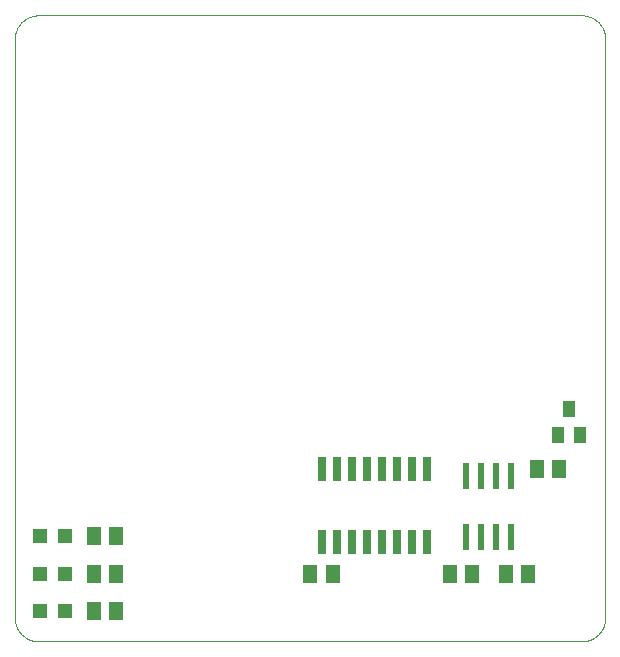
<source format=gtp>
G75*
%MOIN*%
%OFA0B0*%
%FSLAX25Y25*%
%IPPOS*%
%LPD*%
%AMOC8*
5,1,8,0,0,1.08239X$1,22.5*
%
%ADD10C,0.00004*%
%ADD11R,0.02362X0.08661*%
%ADD12R,0.05118X0.05906*%
%ADD13R,0.03937X0.05512*%
%ADD14R,0.02600X0.08000*%
%ADD15R,0.04724X0.04724*%
D10*
X0092644Y0010874D02*
X0092644Y0203787D01*
X0092646Y0203977D01*
X0092653Y0204167D01*
X0092665Y0204357D01*
X0092681Y0204547D01*
X0092701Y0204736D01*
X0092727Y0204925D01*
X0092756Y0205113D01*
X0092791Y0205300D01*
X0092830Y0205486D01*
X0092873Y0205671D01*
X0092921Y0205856D01*
X0092973Y0206039D01*
X0093029Y0206220D01*
X0093090Y0206400D01*
X0093156Y0206579D01*
X0093225Y0206756D01*
X0093299Y0206932D01*
X0093377Y0207105D01*
X0093460Y0207277D01*
X0093546Y0207446D01*
X0093636Y0207614D01*
X0093731Y0207779D01*
X0093829Y0207942D01*
X0093932Y0208102D01*
X0094038Y0208260D01*
X0094148Y0208415D01*
X0094261Y0208568D01*
X0094379Y0208718D01*
X0094500Y0208864D01*
X0094624Y0209008D01*
X0094752Y0209149D01*
X0094883Y0209287D01*
X0095018Y0209422D01*
X0095156Y0209553D01*
X0095297Y0209681D01*
X0095441Y0209805D01*
X0095587Y0209926D01*
X0095737Y0210044D01*
X0095890Y0210157D01*
X0096045Y0210267D01*
X0096203Y0210373D01*
X0096363Y0210476D01*
X0096526Y0210574D01*
X0096691Y0210669D01*
X0096859Y0210759D01*
X0097028Y0210845D01*
X0097200Y0210928D01*
X0097373Y0211006D01*
X0097549Y0211080D01*
X0097726Y0211149D01*
X0097905Y0211215D01*
X0098085Y0211276D01*
X0098266Y0211332D01*
X0098449Y0211384D01*
X0098634Y0211432D01*
X0098819Y0211475D01*
X0099005Y0211514D01*
X0099192Y0211549D01*
X0099380Y0211578D01*
X0099569Y0211604D01*
X0099758Y0211624D01*
X0099948Y0211640D01*
X0100138Y0211652D01*
X0100328Y0211659D01*
X0100518Y0211661D01*
X0281620Y0211661D01*
X0281810Y0211659D01*
X0282000Y0211652D01*
X0282190Y0211640D01*
X0282380Y0211624D01*
X0282569Y0211604D01*
X0282758Y0211578D01*
X0282946Y0211549D01*
X0283133Y0211514D01*
X0283319Y0211475D01*
X0283504Y0211432D01*
X0283689Y0211384D01*
X0283872Y0211332D01*
X0284053Y0211276D01*
X0284233Y0211215D01*
X0284412Y0211149D01*
X0284589Y0211080D01*
X0284765Y0211006D01*
X0284938Y0210928D01*
X0285110Y0210845D01*
X0285279Y0210759D01*
X0285447Y0210669D01*
X0285612Y0210574D01*
X0285775Y0210476D01*
X0285935Y0210373D01*
X0286093Y0210267D01*
X0286248Y0210157D01*
X0286401Y0210044D01*
X0286551Y0209926D01*
X0286697Y0209805D01*
X0286841Y0209681D01*
X0286982Y0209553D01*
X0287120Y0209422D01*
X0287255Y0209287D01*
X0287386Y0209149D01*
X0287514Y0209008D01*
X0287638Y0208864D01*
X0287759Y0208718D01*
X0287877Y0208568D01*
X0287990Y0208415D01*
X0288100Y0208260D01*
X0288206Y0208102D01*
X0288309Y0207942D01*
X0288407Y0207779D01*
X0288502Y0207614D01*
X0288592Y0207446D01*
X0288678Y0207277D01*
X0288761Y0207105D01*
X0288839Y0206932D01*
X0288913Y0206756D01*
X0288982Y0206579D01*
X0289048Y0206400D01*
X0289109Y0206220D01*
X0289165Y0206039D01*
X0289217Y0205856D01*
X0289265Y0205671D01*
X0289308Y0205486D01*
X0289347Y0205300D01*
X0289382Y0205113D01*
X0289411Y0204925D01*
X0289437Y0204736D01*
X0289457Y0204547D01*
X0289473Y0204357D01*
X0289485Y0204167D01*
X0289492Y0203977D01*
X0289494Y0203787D01*
X0289494Y0010874D01*
X0289492Y0010684D01*
X0289485Y0010494D01*
X0289473Y0010304D01*
X0289457Y0010114D01*
X0289437Y0009925D01*
X0289411Y0009736D01*
X0289382Y0009548D01*
X0289347Y0009361D01*
X0289308Y0009175D01*
X0289265Y0008990D01*
X0289217Y0008805D01*
X0289165Y0008622D01*
X0289109Y0008441D01*
X0289048Y0008261D01*
X0288982Y0008082D01*
X0288913Y0007905D01*
X0288839Y0007729D01*
X0288761Y0007556D01*
X0288678Y0007384D01*
X0288592Y0007215D01*
X0288502Y0007047D01*
X0288407Y0006882D01*
X0288309Y0006719D01*
X0288206Y0006559D01*
X0288100Y0006401D01*
X0287990Y0006246D01*
X0287877Y0006093D01*
X0287759Y0005943D01*
X0287638Y0005797D01*
X0287514Y0005653D01*
X0287386Y0005512D01*
X0287255Y0005374D01*
X0287120Y0005239D01*
X0286982Y0005108D01*
X0286841Y0004980D01*
X0286697Y0004856D01*
X0286551Y0004735D01*
X0286401Y0004617D01*
X0286248Y0004504D01*
X0286093Y0004394D01*
X0285935Y0004288D01*
X0285775Y0004185D01*
X0285612Y0004087D01*
X0285447Y0003992D01*
X0285279Y0003902D01*
X0285110Y0003816D01*
X0284938Y0003733D01*
X0284765Y0003655D01*
X0284589Y0003581D01*
X0284412Y0003512D01*
X0284233Y0003446D01*
X0284053Y0003385D01*
X0283872Y0003329D01*
X0283689Y0003277D01*
X0283504Y0003229D01*
X0283319Y0003186D01*
X0283133Y0003147D01*
X0282946Y0003112D01*
X0282758Y0003083D01*
X0282569Y0003057D01*
X0282380Y0003037D01*
X0282190Y0003021D01*
X0282000Y0003009D01*
X0281810Y0003002D01*
X0281620Y0003000D01*
X0100518Y0003000D01*
X0100328Y0003002D01*
X0100138Y0003009D01*
X0099948Y0003021D01*
X0099758Y0003037D01*
X0099569Y0003057D01*
X0099380Y0003083D01*
X0099192Y0003112D01*
X0099005Y0003147D01*
X0098819Y0003186D01*
X0098634Y0003229D01*
X0098449Y0003277D01*
X0098266Y0003329D01*
X0098085Y0003385D01*
X0097905Y0003446D01*
X0097726Y0003512D01*
X0097549Y0003581D01*
X0097373Y0003655D01*
X0097200Y0003733D01*
X0097028Y0003816D01*
X0096859Y0003902D01*
X0096691Y0003992D01*
X0096526Y0004087D01*
X0096363Y0004185D01*
X0096203Y0004288D01*
X0096045Y0004394D01*
X0095890Y0004504D01*
X0095737Y0004617D01*
X0095587Y0004735D01*
X0095441Y0004856D01*
X0095297Y0004980D01*
X0095156Y0005108D01*
X0095018Y0005239D01*
X0094883Y0005374D01*
X0094752Y0005512D01*
X0094624Y0005653D01*
X0094500Y0005797D01*
X0094379Y0005943D01*
X0094261Y0006093D01*
X0094148Y0006246D01*
X0094038Y0006401D01*
X0093932Y0006559D01*
X0093829Y0006719D01*
X0093731Y0006882D01*
X0093636Y0007047D01*
X0093546Y0007215D01*
X0093460Y0007384D01*
X0093377Y0007556D01*
X0093299Y0007729D01*
X0093225Y0007905D01*
X0093156Y0008082D01*
X0093090Y0008261D01*
X0093029Y0008441D01*
X0092973Y0008622D01*
X0092921Y0008805D01*
X0092873Y0008990D01*
X0092830Y0009175D01*
X0092791Y0009361D01*
X0092756Y0009548D01*
X0092727Y0009736D01*
X0092701Y0009925D01*
X0092681Y0010114D01*
X0092665Y0010304D01*
X0092653Y0010494D01*
X0092646Y0010684D01*
X0092644Y0010874D01*
D11*
X0242959Y0037764D03*
X0247959Y0037764D03*
X0252959Y0037764D03*
X0257959Y0037764D03*
X0257959Y0058236D03*
X0252959Y0058236D03*
X0247959Y0058236D03*
X0242959Y0058236D03*
D12*
X0266719Y0060500D03*
X0274199Y0060500D03*
X0263699Y0025500D03*
X0256219Y0025500D03*
X0245199Y0025500D03*
X0237719Y0025500D03*
X0198569Y0025500D03*
X0191089Y0025500D03*
X0126384Y0025500D03*
X0118904Y0025500D03*
X0118904Y0013000D03*
X0126384Y0013000D03*
X0126384Y0038000D03*
X0118904Y0038000D03*
D13*
X0273589Y0071669D03*
X0281069Y0071669D03*
X0277329Y0080331D03*
D14*
X0230144Y0060415D03*
X0225144Y0060415D03*
X0220144Y0060415D03*
X0215144Y0060415D03*
X0210144Y0060415D03*
X0205144Y0060415D03*
X0200144Y0060415D03*
X0195144Y0060415D03*
X0195144Y0036215D03*
X0200144Y0036215D03*
X0205144Y0036215D03*
X0210144Y0036215D03*
X0215144Y0036215D03*
X0220144Y0036215D03*
X0225144Y0036215D03*
X0230144Y0036215D03*
D15*
X0109278Y0038000D03*
X0101010Y0038000D03*
X0101010Y0025500D03*
X0109278Y0025500D03*
X0109278Y0013000D03*
X0101010Y0013000D03*
M02*

</source>
